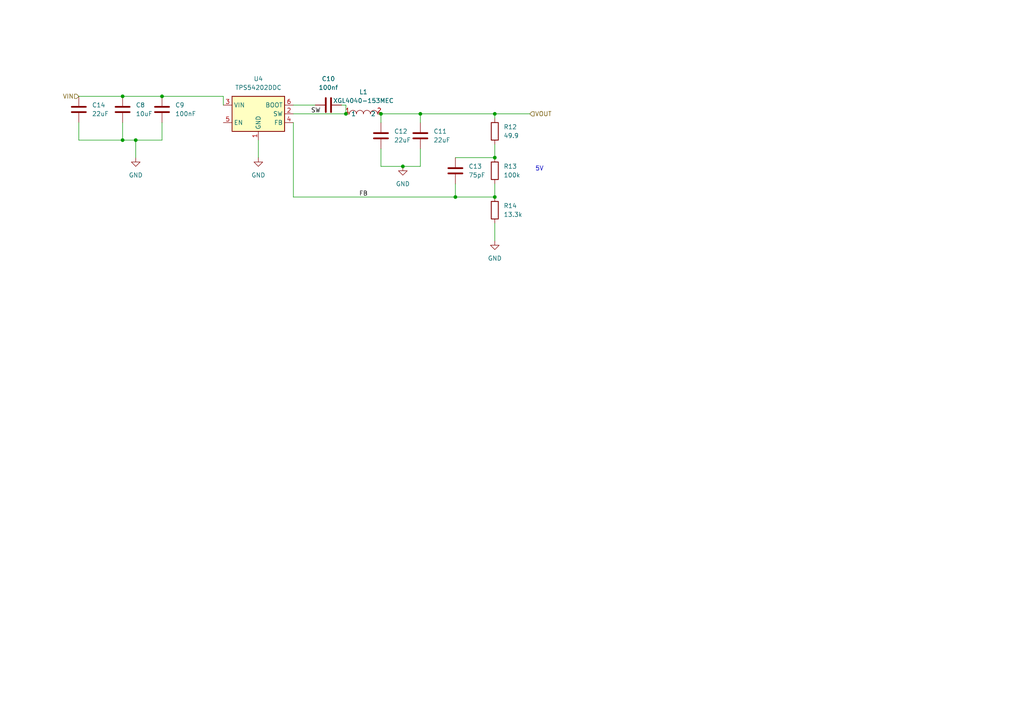
<source format=kicad_sch>
(kicad_sch (version 20250114) (generator "eeschema") (generator_version "9.0")
  (paper "A4")
  (lib_symbols
    (symbol "Device:C" (pin_numbers (hide yes)) (pin_names (offset 0.254))
      (property "Reference" "C" (at 0.635 2.54 0))
      (property "Value" "C" (at 0.635 -2.54 0))
      (symbol "C_0_1"
        (polyline (pts (xy -2.032 0.762) (xy 2.032 0.762)) (stroke (width 0.508)))
        (polyline (pts (xy -2.032 -0.762) (xy 2.032 -0.762)) (stroke (width 0.508)))
      )
      (symbol "C_1_1"
        (pin passive line (at 0 3.81 270) (length 2.794) (name "~") (number "1"))
        (pin passive line (at 0 -3.81 90) (length 2.794) (name "~") (number "2"))
      )
    )
    (symbol "Device:R" (pin_numbers (hide yes)) (pin_names (offset 0))
      (property "Reference" "R" (at 2.032 0 90))
      (property "Value" "R" (at 0 0 90))
      (symbol "R_0_1"
        (rectangle (start -1.016 -2.54) (end 1.016 2.54) (stroke (width 0.254)))
      )
      (symbol "R_1_1"
        (pin passive line (at 0 3.81 270) (length 1.27) (name "~") (number "1"))
        (pin passive line (at 0 -3.81 90) (length 1.27) (name "~") (number "2"))
      )
    )
    (symbol "Regulator_Switching:TPS54202DDC"
      (property "Reference" "U" (at -7.62 6.35 0))
      (property "Value" "TPS54202DDC" (at 0 6.35 0))
      (symbol "TPS54202DDC_0_1"
        (rectangle (start -7.62 5.08) (end 7.62 -5.08) (stroke (width 0.254)) (fill (type background)))
      )
      (symbol "TPS54202DDC_1_1"
        (pin power_in line (at -10.16 2.54 0) (length 2.54) (name "VIN") (number "3"))
        (pin input line (at -10.16 -2.54 0) (length 2.54) (name "EN") (number "5"))
        (pin power_in line (at 0 -7.62 90) (length 2.54) (name "GND") (number "1"))
        (pin passive line (at 10.16 2.54 180) (length 2.54) (name "BOOT") (number "6"))
        (pin power_out line (at 10.16 0 180) (length 2.54) (name "SW") (number "2"))
        (pin input line (at 10.16 -2.54 180) (length 2.54) (name "FB") (number "4"))
      )
    )
    (symbol "easyeda2kicad:XGL4040-153MEC"
      (property "Reference" "L" (at 0 5.08 0))
      (property "Value" "XGL4040-153MEC" (at 0 -5.08 0))
      (symbol "XGL4040-153MEC_0_1"
        (arc (start -4.06 -0.01) (mid -2.83 0.99) (end -2.03 0.01))
        (arc (start -2.03 -0.01) (mid -0.8 0.99) (end 0 0.01))
        (arc (start 0 -0.01) (mid 1.23 0.99) (end 2.03 0.01))
        (arc (start 2.03 -0.01) (mid 3.26 0.99) (end 4.06 0.01))
        (pin unspecified line (at -5.08 0 0) (length 1.016) (name "1") (number "1"))
        (pin unspecified line (at 5.08 0 180) (length 1.016) (name "2") (number "2"))
      )
    )
    (symbol "power:GND" (power) (pin_numbers (hide yes)) (pin_names (offset 0) (hide yes))
      (property "Value" "GND" (at 0 -3.81 0))
      (symbol "GND_0_1"
        (polyline (pts (xy 0 0) (xy 0 -1.27) (xy 1.27 -1.27) (xy 0 -2.54) (xy -1.27 -1.27) (xy 0 -1.27)))
      )
      (symbol "GND_1_1"
        (pin power_in line (at 0 0 270) (length 0) (name "~") (number "1"))
      )
    )
  )
  (text "5V" (at 156.464 49.022 0) (effects (font (size 1.27 1.27))))
  (junction (at 132.08 57.15))
  (junction (at 116.84 48.26))
  (junction (at 143.51 57.15))
  (junction (at 35.56 27.94))
  (junction (at 121.92 33.02))
  (junction (at 35.56 40.64))
  (junction (at 46.99 27.94))
  (junction (at 39.37 40.64))
  (junction (at 143.51 33.02))
  (junction (at 100.33 33.02))
  (junction (at 143.51 45.72))
  (junction (at 110.49 33.02))
  (wire (pts (xy 132.08 57.15) (xy 143.51 57.15)))
  (wire (pts (xy 132.08 57.15) (xy 132.08 53.34)))
  (wire (pts (xy 143.51 41.91) (xy 143.51 45.72)))
  (wire (pts (xy 85.09 30.48) (xy 91.44 30.48)))
  (wire (pts (xy 110.49 33.02) (xy 121.92 33.02)))
  (wire (pts (xy 121.92 43.18) (xy 121.92 48.26)))
  (wire (pts (xy 22.86 40.64) (xy 35.56 40.64)))
  (wire (pts (xy 110.49 33.02) (xy 110.49 35.56)))
  (wire (pts (xy 46.99 27.94) (xy 64.77 27.94)))
  (wire (pts (xy 35.56 40.64) (xy 39.37 40.64)))
  (wire (pts (xy 46.99 35.56) (xy 46.99 40.64)))
  (wire (pts (xy 110.49 48.26) (xy 116.84 48.26)))
  (wire (pts (xy 39.37 40.64) (xy 39.37 45.72)))
  (wire (pts (xy 110.49 43.18) (xy 110.49 48.26)))
  (wire (pts (xy 121.92 33.02) (xy 121.92 35.56)))
  (wire (pts (xy 100.33 30.48) (xy 100.33 33.02)))
  (wire (pts (xy 35.56 35.56) (xy 35.56 40.64)))
  (wire (pts (xy 143.51 45.72) (xy 132.08 45.72)))
  (wire (pts (xy 116.84 48.26) (xy 121.92 48.26)))
  (wire (pts (xy 143.51 53.34) (xy 143.51 57.15)))
  (wire (pts (xy 143.51 33.02) (xy 143.51 34.29)))
  (wire (pts (xy 143.51 33.02) (xy 153.67 33.02)))
  (wire (pts (xy 85.09 33.02) (xy 100.33 33.02)))
  (wire (pts (xy 121.92 33.02) (xy 143.51 33.02)))
  (wire (pts (xy 35.56 27.94) (xy 46.99 27.94)))
  (wire (pts (xy 46.99 40.64) (xy 39.37 40.64)))
  (wire (pts (xy 22.86 27.94) (xy 35.56 27.94)))
  (wire (pts (xy 64.77 27.94) (xy 64.77 30.48)))
  (wire (pts (xy 85.09 35.56) (xy 85.09 57.15)))
  (wire (pts (xy 99.06 30.48) (xy 100.33 30.48)))
  (wire (pts (xy 143.51 64.77) (xy 143.51 69.85)))
  (wire (pts (xy 22.86 35.56) (xy 22.86 40.64)))
  (wire (pts (xy 74.93 40.64) (xy 74.93 45.72)))
  (wire (pts (xy 85.09 57.15) (xy 132.08 57.15)))
  (label "SW" (at 90.17 33.02 0))
  (label "FB" (at 104.14 57.15 0))
  (hierarchical_label "VIN" (shape input) (at 22.86 27.94 180))
  (hierarchical_label "VOUT" (shape input) (at 153.67 33.02 0))
  (symbol (lib_id "power:GND") (at 143.51 69.85 0) (unit 1)
    (property "Reference" "#PWR016" (effects (hide yes)))
    (property "Value" "GND" (at 143.51 74.93 0))
    (property "Description" "Power symbol creates a global label with name \"GND\" , ground" (effects (hide yes)))
  )
  (symbol (lib_id "power:GND") (at 39.37 45.72 0) (unit 1)
    (property "Reference" "#PWR013" (effects (hide yes)))
    (property "Value" "GND" (at 39.37 50.8 0))
    (property "Description" "Power symbol creates a global label with name \"GND\" , ground" (effects (hide yes)))
  )
  (symbol (lib_id "Device:R") (at 143.51 49.53 0) (unit 1)
    (property "Reference" "R13" (at 146.05 48.2599 0) (effects (justify left)))
    (property "Value" "100k" (at 146.05 50.7999 0) (effects (justify left)))
    (property "Footprint" "Resistor_SMD:R_0603_1608Metric" (effects (hide yes)))
    (property "Description" "Resistor" (effects (hide yes)))
  )
  (symbol (lib_id "Device:C") (at 132.08 49.53 180) (unit 1)
    (property "Reference" "C13" (at 135.89 48.2599 0) (effects (justify right)))
    (property "Value" "75pF" (at 135.89 50.7999 0) (effects (justify right)))
    (property "Footprint" "Capacitor_SMD:C_0603_1608Metric" (effects (hide yes)))
    (property "Description" "Unpolarized capacitor" (effects (hide yes)))
  )
  (symbol (lib_id "Device:C") (at 46.99 31.75 0) (unit 1)
    (property "Reference" "C9" (at 50.8 30.4799 0) (effects (justify left)))
    (property "Value" "100nF" (at 50.8 33.0199 0) (effects (justify left)))
    (property "Footprint" "Capacitor_SMD:C_0603_1608Metric" (effects (hide yes)))
    (property "Description" "Unpolarized capacitor" (effects (hide yes)))
  )
  (symbol (lib_id "Device:R") (at 143.51 38.1 0) (unit 1)
    (property "Reference" "R12" (at 146.05 36.8299 0) (effects (justify left)))
    (property "Value" "49.9" (at 146.05 39.3699 0) (effects (justify left)))
    (property "Footprint" "Resistor_SMD:R_0603_1608Metric" (effects (hide yes)))
    (property "Description" "Resistor" (effects (hide yes)))
  )
  (symbol (lib_id "Device:C") (at 110.49 39.37 0) (unit 1)
    (property "Reference" "C12" (at 114.3 38.0999 0) (effects (justify left)))
    (property "Value" "22uF" (at 114.3 40.6399 0) (effects (justify left)))
    (property "Footprint" "Capacitor_SMD:C_1206_3216Metric" (effects (hide yes)))
    (property "Description" "Unpolarized capacitor" (effects (hide yes)))
  )
  (symbol (lib_id "Regulator_Switching:TPS54202DDC") (at 74.93 33.02 0) (unit 1)
    (property "Reference" "U4" (at 74.93 22.86 0))
    (property "Value" "TPS54202DDC" (at 74.93 25.4 0))
    (property "Footprint" "Package_TO_SOT_SMD:SOT-23-6" (effects (hide yes)))
    (property "Datasheet" "http://www.ti.com/lit/ds/symlink/tps54202.pdf" (effects (hide yes)))
    (property "Description" "2A, 4.5 to 28V Input, EMI Friendly integrated switch synchronous step-down regulator, pulse-skipping, SOT-23-6" (effects (hide yes)))
  )
  (symbol (lib_id "Device:C") (at 121.92 39.37 0) (unit 1)
    (property "Reference" "C11" (at 125.73 38.0999 0) (effects (justify left)))
    (property "Value" "22uF" (at 125.73 40.6399 0) (effects (justify left)))
    (property "Footprint" "Capacitor_SMD:C_1206_3216Metric" (effects (hide yes)))
    (property "Description" "Unpolarized capacitor" (effects (hide yes)))
  )
  (symbol (lib_id "Device:C") (at 35.56 31.75 0) (unit 1)
    (property "Reference" "C8" (at 39.37 30.4799 0) (effects (justify left)))
    (property "Value" "10uF" (at 39.37 33.0199 0) (effects (justify left)))
    (property "Footprint" "Capacitor_SMD:C_0603_1608Metric" (effects (hide yes)))
    (property "Description" "Unpolarized capacitor" (effects (hide yes)))
  )
  (symbol (lib_id "power:GND") (at 116.84 48.26 0) (unit 1)
    (property "Reference" "#PWR015" (effects (hide yes)))
    (property "Value" "GND" (at 116.84 53.34 0))
    (property "Description" "Power symbol creates a global label with name \"GND\" , ground" (effects (hide yes)))
  )
  (symbol (lib_id "Device:C") (at 22.86 31.75 0) (unit 1)
    (property "Reference" "C14" (at 26.67 30.4799 0) (effects (justify left)))
    (property "Value" "22uF" (at 26.67 33.0199 0) (effects (justify left)))
    (property "Footprint" "Capacitor_SMD:C_1206_3216Metric" (effects (hide yes)))
    (property "Description" "Unpolarized capacitor" (effects (hide yes)))
  )
  (symbol (lib_id "easyeda2kicad:XGL4040-153MEC") (at 105.41 33.02 0) (unit 1)
    (property "Reference" "L1" (at 105.41 26.67 0))
    (property "Value" "XGL4040-153MEC" (at 105.41 29.21 0))
    (property "Footprint" "easyeda2kicad:IND-SMD_L4.0-W4.0_XAL4040-103" (effects (hide yes)))
    (property "LCSC Part" "C3911667" (effects (hide yes)))
  )
  (symbol (lib_id "Device:C") (at 95.25 30.48 90) (unit 1)
    (property "Reference" "C10" (at 95.25 22.86 90))
    (property "Value" "100nf" (at 95.25 25.4 90))
    (property "Footprint" "Capacitor_SMD:C_0603_1608Metric" (effects (hide yes)))
    (property "Description" "Unpolarized capacitor" (effects (hide yes)))
  )
  (symbol (lib_id "Device:R") (at 143.51 60.96 0) (unit 1)
    (property "Reference" "R14" (at 146.05 59.6899 0) (effects (justify left)))
    (property "Value" "13.3k" (at 146.05 62.2299 0) (effects (justify left)))
    (property "Footprint" "Resistor_SMD:R_0603_1608Metric" (effects (hide yes)))
    (property "Description" "Resistor" (effects (hide yes)))
  )
  (symbol (lib_id "power:GND") (at 74.93 45.72 0) (unit 1)
    (property "Reference" "#PWR014" (effects (hide yes)))
    (property "Value" "GND" (at 74.93 50.8 0))
    (property "Description" "Power symbol creates a global label with name \"GND\" , ground" (effects (hide yes)))
  )
)
</source>
